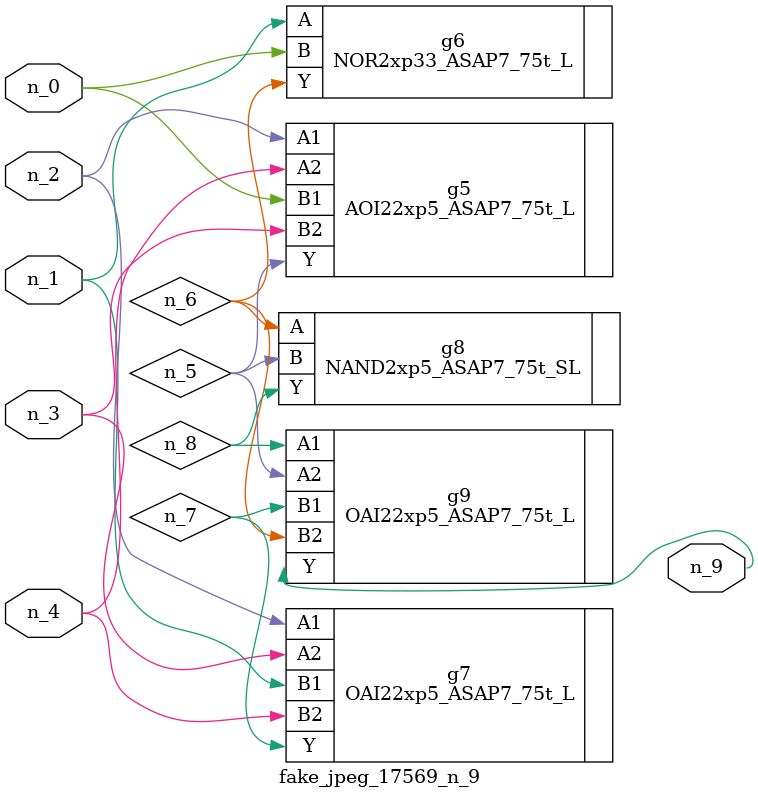
<source format=v>
module fake_jpeg_17569_n_9 (n_3, n_2, n_1, n_0, n_4, n_9);

input n_3;
input n_2;
input n_1;
input n_0;
input n_4;

output n_9;

wire n_8;
wire n_6;
wire n_5;
wire n_7;

AOI22xp5_ASAP7_75t_L g5 ( 
.A1(n_2),
.A2(n_4),
.B1(n_0),
.B2(n_3),
.Y(n_5)
);

NOR2xp33_ASAP7_75t_L g6 ( 
.A(n_1),
.B(n_0),
.Y(n_6)
);

OAI22xp5_ASAP7_75t_L g7 ( 
.A1(n_2),
.A2(n_3),
.B1(n_1),
.B2(n_4),
.Y(n_7)
);

NAND2xp5_ASAP7_75t_SL g8 ( 
.A(n_6),
.B(n_5),
.Y(n_8)
);

OAI22xp5_ASAP7_75t_L g9 ( 
.A1(n_8),
.A2(n_5),
.B1(n_7),
.B2(n_6),
.Y(n_9)
);


endmodule
</source>
